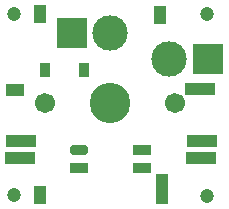
<source format=gbr>
%TF.GenerationSoftware,KiCad,Pcbnew,(6.0.2-0)*%
%TF.CreationDate,2022-10-03T22:04:55+11:00*%
%TF.ProjectId,ameoba,616d656f-6261-42e6-9b69-6361645f7063,rev?*%
%TF.SameCoordinates,Original*%
%TF.FileFunction,Soldermask,Bot*%
%TF.FilePolarity,Negative*%
%FSLAX46Y46*%
G04 Gerber Fmt 4.6, Leading zero omitted, Abs format (unit mm)*
G04 Created by KiCad (PCBNEW (6.0.2-0)) date 2022-10-03 22:04:55*
%MOMM*%
%LPD*%
G01*
G04 APERTURE LIST*
G04 Aperture macros list*
%AMRoundRect*
0 Rectangle with rounded corners*
0 $1 Rounding radius*
0 $2 $3 $4 $5 $6 $7 $8 $9 X,Y pos of 4 corners*
0 Add a 4 corners polygon primitive as box body*
4,1,4,$2,$3,$4,$5,$6,$7,$8,$9,$2,$3,0*
0 Add four circle primitives for the rounded corners*
1,1,$1+$1,$2,$3*
1,1,$1+$1,$4,$5*
1,1,$1+$1,$6,$7*
1,1,$1+$1,$8,$9*
0 Add four rect primitives between the rounded corners*
20,1,$1+$1,$2,$3,$4,$5,0*
20,1,$1+$1,$4,$5,$6,$7,0*
20,1,$1+$1,$6,$7,$8,$9,0*
20,1,$1+$1,$8,$9,$2,$3,0*%
G04 Aperture macros list end*
%ADD10R,1.492724X0.824104*%
%ADD11R,1.492724X0.810988*%
%ADD12R,1.489015X0.821296*%
%ADD13RoundRect,0.205318X0.539189X0.205318X-0.539189X0.205318X-0.539189X-0.205318X0.539189X-0.205318X0*%
%ADD14R,1.000000X1.500000*%
%ADD15R,2.500000X1.000000*%
%ADD16C,3.429000*%
%ADD17C,1.701800*%
%ADD18C,3.000000*%
%ADD19R,2.600000X2.600000*%
%ADD20C,1.200000*%
%ADD21R,1.000000X2.500000*%
%ADD22R,1.500000X1.000000*%
%ADD23R,0.900000X1.200000*%
G04 APERTURE END LIST*
D10*
%TO.C,REF\u002A\u002A*%
X28065013Y-30847946D03*
D11*
X28065013Y-29345495D03*
D12*
X22755893Y-30849352D03*
D13*
X22755893Y-29349364D03*
%TD*%
D14*
%TO.C,*%
X19421896Y-33125322D03*
%TD*%
D15*
%TO.C,*%
X33090198Y-30023078D03*
%TD*%
D16*
%TO.C,S16*%
X25400000Y-25340000D03*
D17*
X30900000Y-25340000D03*
X19900000Y-25340000D03*
D18*
X25400000Y-19390000D03*
X30400000Y-21590000D03*
D19*
X22125000Y-19390000D03*
X33675000Y-21590000D03*
%TD*%
D20*
%TO.C,H3*%
X33566801Y-17830865D03*
%TD*%
D15*
%TO.C,*%
X33120913Y-28579460D03*
%TD*%
D14*
%TO.C,*%
X19421896Y-17798395D03*
%TD*%
D15*
%TO.C,*%
X17763271Y-30023078D03*
%TD*%
D21*
%TO.C,J7*%
X29754717Y-32634037D03*
%TD*%
D20*
%TO.C,H3*%
X33564943Y-33178636D03*
%TD*%
D22*
%TO.C,*%
X17333257Y-24217890D03*
%TD*%
D15*
%TO.C,*%
X17793986Y-28579460D03*
%TD*%
%TO.C,J5*%
X33020000Y-24130000D03*
%TD*%
D20*
%TO.C,H3*%
X17235638Y-17833368D03*
%TD*%
%TO.C,H3*%
X17222755Y-33159218D03*
%TD*%
D14*
%TO.C,J3*%
X29569391Y-17854473D03*
%TD*%
D23*
%TO.C,D3*%
X23191251Y-22528549D03*
X19891251Y-22528549D03*
%TD*%
M02*

</source>
